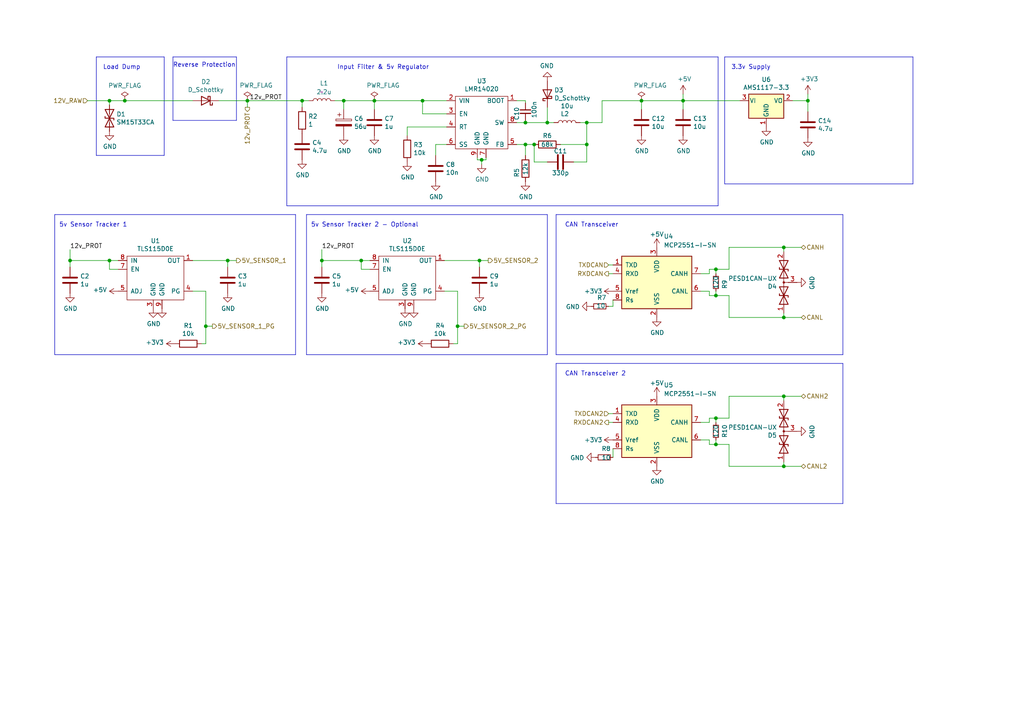
<source format=kicad_sch>
(kicad_sch (version 20230121) (generator eeschema)
  (paper "A4")
  (title_block (title "Polygonus") (date "2023-03-15") (rev "v0.7") (comment 2 "rusefi.com/s/proteus"))
  (lib_symbols
    (symbol "Device:C" (pin_numbers hide) (pin_names (offset 0.254))
      (property "Reference" "C" (at 0.635 2.54 0))
      (property "Value" "C" (at 0.635 -2.54 0))
      (symbol "C_0_1"
        (polyline (pts (xy -2.032 -0.762) (xy 2.032 -0.762)) (stroke (width 0.508)))
        (polyline (pts (xy -2.032 0.762) (xy 2.032 0.762)) (stroke (width 0.508)))
      )
      (symbol "C_1_1"
        (pin passive line (at 0 3.81 270) (length 2.794) (name "~") (number "1"))
        (pin passive line (at 0 -3.81 90) (length 2.794) (name "~") (number "2"))
      )
    )
    (symbol "Device:CP" (pin_numbers hide) (pin_names (offset 0.254))
      (property "Reference" "C" (at 0.635 2.54 0))
      (property "Value" "Device_CP" (at 0.635 -2.54 0))
      (symbol "CP_0_1"
        (rectangle (start -2.286 0.508) (end 2.286 1.016))
        (polyline (pts (xy -1.778 2.286) (xy -0.762 2.286)))
        (polyline (pts (xy -1.27 2.794) (xy -1.27 1.778)))
        (rectangle (start 2.286 -0.508) (end -2.286 -1.016) (fill (type outline)))
      )
      (symbol "CP_1_1"
        (pin passive line (at 0 3.81 270) (length 2.794) (name "~") (number "1"))
        (pin passive line (at 0 -3.81 90) (length 2.794) (name "~") (number "2"))
      )
    )
    (symbol "Device:C_Small" (pin_numbers hide) (pin_names (offset 0.254) hide)
      (property "Reference" "C" (at 0.254 1.778 0))
      (property "Value" "C_Small" (at 0.254 -2.032 0))
      (symbol "C_Small_0_1"
        (polyline (pts (xy -1.524 -0.508) (xy 1.524 -0.508)) (stroke (width 0.3302)))
        (polyline (pts (xy -1.524 0.508) (xy 1.524 0.508)) (stroke (width 0.3048)))
      )
      (symbol "C_Small_1_1"
        (pin passive line (at 0 2.54 270) (length 2.032) (name "~") (number "1"))
        (pin passive line (at 0 -2.54 90) (length 2.032) (name "~") (number "2"))
      )
    )
    (symbol "Device:D_Schottky" (pin_numbers hide) (pin_names (offset 1.016) hide)
      (property "Reference" "D" (at 0 2.54 0))
      (property "Value" "D_Schottky" (at 0 -2.54 0))
      (symbol "D_Schottky_0_1"
        (polyline (pts (xy 1.27 0) (xy -1.27 0)))
        (polyline (pts (xy 1.27 1.27) (xy 1.27 -1.27) (xy -1.27 0) (xy 1.27 1.27)) (stroke (width 0.254)))
        (polyline (pts (xy -1.905 0.635) (xy -1.905 1.27) (xy -1.27 1.27) (xy -1.27 -1.27) (xy -0.635 -1.27) (xy -0.635 -0.635)) (stroke (width 0.254)))
      )
      (symbol "D_Schottky_1_1"
        (pin passive line (at -3.81 0 0) (length 2.54) (name "K") (number "1"))
        (pin passive line (at 3.81 0 180) (length 2.54) (name "A") (number "2"))
      )
    )
    (symbol "Device:D_TVS" (pin_numbers hide) (pin_names (offset 1.016) hide)
      (property "Reference" "D" (at 0 2.54 0))
      (property "Value" "D_TVS" (at 0 -2.54 0))
      (symbol "D_TVS_0_1"
        (polyline (pts (xy 1.27 0) (xy -1.27 0)))
        (polyline (pts (xy 0.508 1.27) (xy 0 1.27) (xy 0 -1.27) (xy -0.508 -1.27)) (stroke (width 0.254)))
        (polyline (pts (xy -2.54 1.27) (xy -2.54 -1.27) (xy 2.54 1.27) (xy 2.54 -1.27) (xy -2.54 1.27)) (stroke (width 0.254)))
      )
      (symbol "D_TVS_1_1"
        (pin passive line (at -3.81 0 0) (length 2.54) (name "A1") (number "1"))
        (pin passive line (at 3.81 0 180) (length 2.54) (name "A2") (number "2"))
      )
    )
    (symbol "Device:D_TVS_x2_AAC" (pin_names (offset 1.016) hide)
      (property "Reference" "D" (at 0 4.445 0))
      (property "Value" "Device_D_TVS_x2_AAC" (at 0 2.54 0))
      (symbol "D_TVS_x2_AAC_0_0"
        (polyline (pts (xy 0 -1.27) (xy 0 0)))
      )
      (symbol "D_TVS_x2_AAC_0_1"
        (polyline (pts (xy -6.35 0) (xy 6.35 0)))
        (polyline (pts (xy -3.302 1.27) (xy -3.81 1.27) (xy -3.81 -1.27) (xy -4.318 -1.27)) (stroke (width 0.254)))
        (polyline (pts (xy 4.318 1.27) (xy 3.81 1.27) (xy 3.81 -1.27) (xy 3.302 -1.27)) (stroke (width 0.254)))
        (polyline (pts (xy -6.35 1.27) (xy -1.27 -1.27) (xy -1.27 1.27) (xy -6.35 -1.27) (xy -6.35 1.27)) (stroke (width 0.254)))
        (polyline (pts (xy 6.35 1.27) (xy 1.27 -1.27) (xy 1.27 1.27) (xy 6.35 -1.27) (xy 6.35 1.27)) (stroke (width 0.254)))
        (circle (center 0 0) (radius 0.254) (fill (type outline)))
      )
      (symbol "D_TVS_x2_AAC_1_1"
        (pin passive line (at -8.89 0 0) (length 2.54) (name "A1") (number "1"))
        (pin passive line (at 8.89 0 180) (length 2.54) (name "A2") (number "2"))
        (pin input line (at 0 -3.81 90) (length 2.54) (name "common") (number "3"))
      )
    )
    (symbol "Device:L" (pin_numbers hide) (pin_names (offset 1.016) hide)
      (property "Reference" "L" (at -1.27 0 90))
      (property "Value" "L" (at 1.905 0 90))
      (symbol "L_0_1"
        (arc (start 0 -2.54) (mid 0.6323 -1.905) (end 0 -1.27))
        (arc (start 0 -1.27) (mid 0.6323 -0.635) (end 0 0))
        (arc (start 0 0) (mid 0.6323 0.635) (end 0 1.27))
        (arc (start 0 1.27) (mid 0.6323 1.905) (end 0 2.54))
      )
      (symbol "L_1_1"
        (pin passive line (at 0 3.81 270) (length 1.27) (name "1") (number "1"))
        (pin passive line (at 0 -3.81 90) (length 1.27) (name "2") (number "2"))
      )
    )
    (symbol "Device:R" (pin_numbers hide) (pin_names (offset 0))
      (property "Reference" "R" (at 2.032 0 90))
      (property "Value" "R" (at 0 0 90))
      (symbol "R_0_1"
        (rectangle (start -1.016 -2.54) (end 1.016 2.54) (stroke (width 0.254)))
      )
      (symbol "R_1_1"
        (pin passive line (at 0 3.81 270) (length 1.27) (name "~") (number "1"))
        (pin passive line (at 0 -3.81 90) (length 1.27) (name "~") (number "2"))
      )
    )
    (symbol "Device:R_Small" (pin_numbers hide) (pin_names (offset 0.254) hide)
      (property "Reference" "R" (at 0.762 0.508 0))
      (property "Value" "R_Small" (at 0.762 -1.016 0))
      (symbol "R_Small_0_1"
        (rectangle (start -0.762 1.778) (end 0.762 -1.778) (stroke (width 0.2032)))
      )
      (symbol "R_Small_1_1"
        (pin passive line (at 0 2.54 270) (length 0.762) (name "~") (number "1"))
        (pin passive line (at 0 -2.54 90) (length 0.762) (name "~") (number "2"))
      )
    )
    (symbol "Interface_CAN_LIN:MCP2551-I-SN" (pin_names (offset 1.016))
      (property "Reference" "U" (at -10.16 8.89 0))
      (property "Value" "MCP2551-I-SN" (at 2.54 8.89 0))
      (symbol "MCP2551-I-SN_0_1"
        (rectangle (start -10.16 7.62) (end 10.16 -7.62) (stroke (width 0.254)) (fill (type background)))
      )
      (symbol "MCP2551-I-SN_1_1"
        (pin input line (at -12.7 5.08 0) (length 2.54) (name "TXD") (number "1"))
        (pin power_in line (at 0 -10.16 90) (length 2.54) (name "VSS") (number "2"))
        (pin power_in line (at 0 10.16 270) (length 2.54) (name "VDD") (number "3"))
        (pin output line (at -12.7 2.54 0) (length 2.54) (name "RXD") (number "4"))
        (pin power_out line (at -12.7 -2.54 0) (length 2.54) (name "Vref") (number "5"))
        (pin bidirectional line (at 12.7 -2.54 180) (length 2.54) (name "CANL") (number "6"))
        (pin bidirectional line (at 12.7 2.54 180) (length 2.54) (name "CANH") (number "7"))
        (pin input line (at -12.7 -5.08 0) (length 2.54) (name "Rs") (number "8"))
      )
    )
    (symbol "Regulator_Linear:AMS1117-3.3" (pin_names (offset 0.254))
      (property "Reference" "U" (at -3.81 3.175 0))
      (property "Value" "AMS1117-3.3" (at 0 3.175 0))
      (symbol "AMS1117-3.3_0_1"
        (rectangle (start -5.08 -5.08) (end 5.08 1.905) (stroke (width 0.254)) (fill (type background)))
      )
      (symbol "AMS1117-3.3_1_1"
        (pin power_in line (at 0 -7.62 90) (length 2.54) (name "GND") (number "1"))
        (pin power_out line (at 7.62 0 180) (length 2.54) (name "VO") (number "2"))
        (pin power_in line (at -7.62 0 0) (length 2.54) (name "VI") (number "3"))
      )
    )
    (symbol "infineon_psu:TLS115" (pin_names (offset 1.016))
      (property "Reference" "U" (at -6.35 -10.16 0))
      (property "Value" "TLS115" (at -3.81 5.08 0))
      (symbol "TLS115_0_1"
        (rectangle (start -7.62 3.81) (end 8.89 -8.89))
      )
      (symbol "TLS115_1_1"
        (pin output line (at 11.43 2.54 180) (length 2.54) (name "OUT") (number "1"))
        (pin no_connect line (at 0 0 0) (length 2.54) hide (name "~") (number "2"))
        (pin power_in line (at 0 -11.43 90) (length 2.54) (name "GND") (number "3"))
        (pin open_collector line (at 11.43 -6.35 180) (length 2.54) (name "PG") (number "4"))
        (pin input line (at -10.16 -6.35 0) (length 2.54) (name "ADJ") (number "5"))
        (pin no_connect line (at 0 -2.54 0) (length 2.54) hide (name "~") (number "6"))
        (pin input line (at -10.16 0 0) (length 2.54) (name "EN") (number "7"))
        (pin power_in line (at -10.16 2.54 0) (length 2.54) (name "IN") (number "8"))
        (pin power_in line (at 2.54 -11.43 90) (length 2.54) (name "GND") (number "9"))
      )
    )
    (symbol "lmr14020:LMR14020" (pin_names (offset 1.016))
      (property "Reference" "U" (at -3.81 -11.43 0))
      (property "Value" "LMR14020" (at 2.54 8.89 0))
      (symbol "LMR14020_0_1"
        (rectangle (start -5.08 -8.89) (end 10.16 6.35))
      )
      (symbol "LMR14020_1_1"
        (pin bidirectional line (at 12.7 5.08 180) (length 2.54) (name "BOOT") (number "1"))
        (pin power_in line (at -7.62 5.08 0) (length 2.54) (name "VIN") (number "2"))
        (pin input line (at -7.62 1.27 0) (length 2.54) (name "EN") (number "3"))
        (pin bidirectional line (at -7.62 -2.54 0) (length 2.54) (name "RT") (number "4"))
        (pin input line (at 12.7 -7.62 180) (length 2.54) (name "FB") (number "5"))
        (pin bidirectional line (at -7.62 -7.62 0) (length 2.54) (name "SS") (number "6"))
        (pin power_in line (at 3.81 -11.43 90) (length 2.54) (name "GND") (number "7"))
        (pin power_out line (at 12.7 -1.27 180) (length 2.54) (name "SW") (number "8"))
        (pin power_in line (at 1.27 -11.43 90) (length 2.54) (name "GND") (number "9"))
      )
    )
    (symbol "power:+3.3V" (power) (pin_names (offset 0))
      (property "Value" "+3.3V" (at 0 3.556 0))
      (symbol "+3.3V_0_1"
        (polyline (pts (xy -0.762 1.27) (xy 0 2.54)))
        (polyline (pts (xy 0 0) (xy 0 2.54)))
        (polyline (pts (xy 0 2.54) (xy 0.762 1.27)))
      )
      (symbol "+3.3V_1_1"
        (pin power_in line (at 0 0 90) (length 0) hide (name "+3V3") (number "1"))
      )
    )
    (symbol "power:+5V" (power) (pin_names (offset 0))
      (property "Value" "+5V" (at 0 3.556 0))
      (symbol "+5V_0_1"
        (polyline (pts (xy -0.762 1.27) (xy 0 2.54)))
        (polyline (pts (xy 0 0) (xy 0 2.54)))
        (polyline (pts (xy 0 2.54) (xy 0.762 1.27)))
      )
      (symbol "+5V_1_1"
        (pin power_in line (at 0 0 90) (length 0) hide (name "+5V") (number "1"))
      )
    )
    (symbol "power:GND" (power) (pin_names (offset 0))
      (property "Value" "GND" (at 0 -3.81 0))
      (symbol "GND_0_1"
        (polyline (pts (xy 0 0) (xy 0 -1.27) (xy 1.27 -1.27) (xy 0 -2.54) (xy -1.27 -1.27) (xy 0 -1.27)))
      )
      (symbol "GND_1_1"
        (pin power_in line (at 0 0 270) (length 0) hide (name "GND") (number "1"))
      )
    )
    (symbol "power:PWR_FLAG" (power) (pin_numbers hide) (pin_names (offset 0) hide)
      (property "Value" "PWR_FLAG" (at 0 3.81 0))
      (symbol "PWR_FLAG_0_0"
        (pin power_out line (at 0 0 90) (length 0) (name "pwr") (number "1"))
      )
      (symbol "PWR_FLAG_0_1"
        (polyline (pts (xy 0 0) (xy 0 1.27) (xy -1.016 1.905) (xy 0 2.54) (xy 1.016 1.905) (xy 0 1.27)))
      )
    )
  )
  (junction (at 36.195 29.21))
  (junction (at 108.585 29.21))
  (junction (at 170.18 35.56))
  (junction (at 122.555 29.21))
  (junction (at 152.4 41.91))
  (junction (at 139.7 46.355))
  (junction (at 207.645 78.105))
  (junction (at 20.32 75.565))
  (junction (at 227.33 114.935))
  (junction (at 207.645 128.905))
  (junction (at 227.33 92.075))
  (junction (at 87.63 29.21))
  (junction (at 66.04 75.565))
  (junction (at 59.69 94.615))
  (junction (at 104.775 75.565))
  (junction (at 158.75 35.56))
  (junction (at 198.12 29.21))
  (junction (at 132.715 94.615))
  (junction (at 186.055 29.21))
  (junction (at 93.345 75.565))
  (junction (at 139.065 75.565))
  (junction (at 99.695 29.21))
  (junction (at 207.645 85.725))
  (junction (at 234.315 29.21))
  (junction (at 31.75 75.565))
  (junction (at 170.18 41.91))
  (junction (at 71.755 29.21))
  (junction (at 152.4 35.56))
  (junction (at 207.645 121.285))
  (junction (at 227.33 71.755))
  (junction (at 154.94 41.91))
  (junction (at 227.33 135.255))
  (junction (at 31.75 29.21))
  (wire (pts (xy 205.7392 127.596) (xy 205.74 128.905)))
  (wire (pts (xy 177.7939 87.0112) (xy 177.7939 88.8557)))
  (polyline (pts (xy 158.75 102.87) (xy 88.9 102.87)))
  (wire (pts (xy 132.715 84.455) (xy 132.715 94.615)))
  (wire (pts (xy 207.645 121.285) (xy 211.455 121.285)))
  (wire (pts (xy 229.87 29.21) (xy 234.315 29.21)))
  (wire (pts (xy 170.18 41.91) (xy 170.18 46.99)))
  (polyline (pts (xy 161.29 146.05) (xy 161.29 105.41)))
  (wire (pts (xy 227.33 71.755) (xy 211.455 71.755)))
  (polyline (pts (xy 158.75 62.23) (xy 158.75 102.87)))
  (wire (pts (xy 99.695 29.21) (xy 99.695 31.75)))
  (polyline (pts (xy 88.9 62.23) (xy 158.75 62.23)))
  (wire (pts (xy 176.5292 122.516) (xy 177.7992 122.516)))
  (wire (pts (xy 36.195 29.21) (xy 31.75 29.21)))
  (wire (pts (xy 68.58 75.565) (xy 66.04 75.565)))
  (wire (pts (xy 134.62 94.615) (xy 132.715 94.615)))
  (wire (pts (xy 61.595 94.615) (xy 59.69 94.615)))
  (wire (pts (xy 152.4 41.91) (xy 152.4 45.085)))
  (wire (pts (xy 207.645 78.105) (xy 205.74 78.105)))
  (polyline (pts (xy 50.165 16.51) (xy 68.58 16.51)))
  (wire (pts (xy 152.4 41.91) (xy 154.94 41.91)))
  (wire (pts (xy 152.4 34.925) (xy 152.4 35.56)))
  (wire (pts (xy 205.7339 79.3912) (xy 205.74 78.105)))
  (wire (pts (xy 232.41 114.935) (xy 227.33 114.935)))
  (wire (pts (xy 211.455 128.905) (xy 207.645 128.905)))
  (wire (pts (xy 140.97 46.355) (xy 140.97 45.72)))
  (wire (pts (xy 108.585 29.21) (xy 122.555 29.21)))
  (polyline (pts (xy 27.94 45.085) (xy 27.94 16.51)))
  (wire (pts (xy 203.1992 122.516) (xy 205.7392 122.516)))
  (wire (pts (xy 207.645 78.105) (xy 211.455 78.105)))
  (wire (pts (xy 31.75 78.105) (xy 31.75 75.565)))
  (wire (pts (xy 126.365 45.085) (xy 126.365 41.91)))
  (wire (pts (xy 87.63 29.21) (xy 87.63 31.115)))
  (polyline (pts (xy 208.28 16.51) (xy 83.185 16.51)))
  (wire (pts (xy 132.715 99.695) (xy 132.715 94.615)))
  (wire (pts (xy 138.43 46.355) (xy 139.7 46.355)))
  (wire (pts (xy 174.625 35.56) (xy 174.625 29.21)))
  (wire (pts (xy 131.445 99.695) (xy 132.715 99.695)))
  (wire (pts (xy 107.315 78.105) (xy 104.775 78.105)))
  (wire (pts (xy 55.88 75.565) (xy 66.04 75.565)))
  (wire (pts (xy 227.33 71.755) (xy 227.33 73.025)))
  (wire (pts (xy 211.455 85.725) (xy 207.645 85.725)))
  (polyline (pts (xy 88.9 102.87) (xy 88.9 62.23)))
  (wire (pts (xy 227.33 135.255) (xy 211.455 135.255)))
  (polyline (pts (xy 264.795 16.51) (xy 264.795 53.34)))
  (wire (pts (xy 198.12 27.305) (xy 198.12 29.21)))
  (wire (pts (xy 162.56 41.91) (xy 170.18 41.91)))
  (wire (pts (xy 227.33 92.075) (xy 211.455 92.075)))
  (polyline (pts (xy 208.28 59.69) (xy 208.28 16.51)))
  (wire (pts (xy 122.555 29.21) (xy 122.555 33.02)))
  (polyline (pts (xy 210.185 53.34) (xy 210.185 16.51)))
  (wire (pts (xy 170.18 35.56) (xy 174.625 35.56)))
  (wire (pts (xy 152.4 29.21) (xy 152.4 29.845)))
  (wire (pts (xy 139.7 46.355) (xy 140.97 46.355)))
  (polyline (pts (xy 210.185 16.51) (xy 264.795 16.51)))
  (wire (pts (xy 177.7992 119.976) (xy 176.5292 119.976)))
  (wire (pts (xy 154.94 46.99) (xy 154.94 41.91)))
  (wire (pts (xy 99.695 29.21) (xy 108.585 29.21)))
  (wire (pts (xy 177.7939 76.8512) (xy 176.5239 76.8512)))
  (wire (pts (xy 176.5239 79.3912) (xy 177.7939 79.3912)))
  (wire (pts (xy 207.645 79.375) (xy 207.645 78.105)))
  (wire (pts (xy 203.1939 84.4712) (xy 205.7339 84.4712)))
  (wire (pts (xy 108.585 31.75) (xy 108.585 29.21)))
  (wire (pts (xy 227.33 92.075) (xy 227.33 90.805)))
  (wire (pts (xy 234.315 27.305) (xy 234.315 29.21)))
  (polyline (pts (xy 244.475 105.41) (xy 244.475 146.05)))
  (polyline (pts (xy 47.625 16.51) (xy 47.625 45.085)))
  (wire (pts (xy 118.11 36.83) (xy 129.54 36.83)))
  (wire (pts (xy 55.88 84.455) (xy 59.69 84.455)))
  (polyline (pts (xy 85.725 62.23) (xy 85.725 102.87)))
  (polyline (pts (xy 27.94 16.51) (xy 47.625 16.51)))
  (polyline (pts (xy 83.185 59.69) (xy 208.28 59.69)))
  (wire (pts (xy 58.42 99.695) (xy 59.69 99.695)))
  (wire (pts (xy 227.33 114.935) (xy 227.33 116.205)))
  (wire (pts (xy 227.33 135.255) (xy 227.33 133.985)))
  (wire (pts (xy 207.645 121.285) (xy 205.74 121.285)))
  (wire (pts (xy 186.055 29.21) (xy 198.12 29.21)))
  (wire (pts (xy 63.5 29.21) (xy 71.755 29.21)))
  (wire (pts (xy 198.12 29.21) (xy 198.12 31.75)))
  (wire (pts (xy 232.41 71.755) (xy 227.33 71.755)))
  (wire (pts (xy 118.11 39.37) (xy 118.11 36.83)))
  (wire (pts (xy 97.155 29.21) (xy 99.695 29.21)))
  (polyline (pts (xy 83.185 16.51) (xy 83.185 59.69)))
  (wire (pts (xy 20.32 77.47) (xy 20.32 75.565)))
  (polyline (pts (xy 244.475 146.05) (xy 161.29 146.05)))
  (wire (pts (xy 128.905 75.565) (xy 139.065 75.565)))
  (wire (pts (xy 186.055 29.21) (xy 186.055 31.75)))
  (wire (pts (xy 122.555 29.21) (xy 129.54 29.21)))
  (polyline (pts (xy 161.29 105.41) (xy 244.475 105.41)))
  (wire (pts (xy 34.29 78.105) (xy 31.75 78.105)))
  (wire (pts (xy 149.86 41.91) (xy 152.4 41.91)))
  (wire (pts (xy 211.455 135.255) (xy 211.455 128.905)))
  (wire (pts (xy 31.75 75.565) (xy 34.29 75.565)))
  (wire (pts (xy 87.63 29.21) (xy 89.535 29.21)))
  (wire (pts (xy 93.345 72.39) (xy 93.345 75.565)))
  (wire (pts (xy 211.455 114.935) (xy 211.455 121.285)))
  (wire (pts (xy 139.065 75.565) (xy 139.065 77.47)))
  (wire (pts (xy 93.345 77.47) (xy 93.345 75.565)))
  (wire (pts (xy 126.365 41.91) (xy 129.54 41.91)))
  (wire (pts (xy 31.75 29.21) (xy 31.75 30.48)))
  (wire (pts (xy 170.18 41.91) (xy 170.18 35.56)))
  (wire (pts (xy 207.645 84.455) (xy 207.645 85.725)))
  (wire (pts (xy 207.645 127.635) (xy 207.645 128.905)))
  (polyline (pts (xy 15.875 102.87) (xy 15.875 62.23)))
  (wire (pts (xy 207.645 128.905) (xy 205.74 128.905)))
  (wire (pts (xy 122.555 33.02) (xy 129.54 33.02)))
  (wire (pts (xy 158.75 46.99) (xy 154.94 46.99)))
  (wire (pts (xy 128.905 84.455) (xy 132.715 84.455)))
  (polyline (pts (xy 50.165 34.925) (xy 50.165 16.51)))
  (wire (pts (xy 20.32 75.565) (xy 31.75 75.565)))
  (polyline (pts (xy 15.875 62.23) (xy 85.725 62.23)))
  (wire (pts (xy 232.41 92.075) (xy 227.33 92.075)))
  (wire (pts (xy 177.7992 130.136) (xy 177.7992 132.663)))
  (polyline (pts (xy 85.725 102.87) (xy 15.875 102.87)))
  (wire (pts (xy 149.86 29.21) (xy 152.4 29.21)))
  (wire (pts (xy 59.69 99.695) (xy 59.69 94.615)))
  (wire (pts (xy 149.86 35.56) (xy 152.4 35.56)))
  (wire (pts (xy 104.775 78.105) (xy 104.775 75.565)))
  (wire (pts (xy 25.4 29.21) (xy 31.75 29.21)))
  (polyline (pts (xy 161.29 62.23) (xy 244.475 62.23)))
  (wire (pts (xy 207.645 85.725) (xy 205.74 85.725)))
  (wire (pts (xy 207.645 122.555) (xy 207.645 121.285)))
  (polyline (pts (xy 27.94 45.085) (xy 47.625 45.085)))
  (wire (pts (xy 168.275 35.56) (xy 170.18 35.56)))
  (wire (pts (xy 55.88 29.21) (xy 36.195 29.21)))
  (wire (pts (xy 71.755 29.21) (xy 87.63 29.21)))
  (wire (pts (xy 174.625 29.21) (xy 186.055 29.21)))
  (polyline (pts (xy 68.58 16.51) (xy 68.58 34.925)))
  (wire (pts (xy 211.455 71.755) (xy 211.455 78.105)))
  (wire (pts (xy 198.12 29.21) (xy 214.63 29.21)))
  (wire (pts (xy 205.7339 84.4712) (xy 205.74 85.725)))
  (wire (pts (xy 158.75 35.56) (xy 160.655 35.56)))
  (wire (pts (xy 211.455 92.075) (xy 211.455 85.725)))
  (wire (pts (xy 66.04 75.565) (xy 66.04 77.47)))
  (wire (pts (xy 59.69 84.455) (xy 59.69 94.615)))
  (wire (pts (xy 234.315 29.21) (xy 234.315 32.385)))
  (wire (pts (xy 141.605 75.565) (xy 139.065 75.565)))
  (wire (pts (xy 205.7392 122.516) (xy 205.74 121.285)))
  (wire (pts (xy 138.43 45.72) (xy 138.43 46.355)))
  (wire (pts (xy 232.41 135.255) (xy 227.33 135.255)))
  (wire (pts (xy 93.345 75.565) (xy 104.775 75.565)))
  (polyline (pts (xy 244.475 102.87) (xy 161.29 102.87)))
  (wire (pts (xy 227.33 114.935) (xy 211.455 114.935)))
  (wire (pts (xy 104.775 75.565) (xy 107.315 75.565)))
  (wire (pts (xy 139.7 47.625) (xy 139.7 46.355)))
  (wire (pts (xy 20.32 72.39) (xy 20.32 75.565)))
  (polyline (pts (xy 68.58 34.925) (xy 50.165 34.925)))
  (wire (pts (xy 203.1939 79.3912) (xy 205.7339 79.3912)))
  (wire (pts (xy 170.18 46.99) (xy 166.37 46.99)))
  (wire (pts (xy 152.4 35.56) (xy 158.75 35.56)))
  (wire (pts (xy 203.1992 127.596) (xy 205.7392 127.596)))
  (wire (pts (xy 158.75 31.115) (xy 158.75 35.56)))
  (wire (pts (xy 71.755 31.115) (xy 71.755 29.21)))
  (polyline (pts (xy 244.475 62.23) (xy 244.475 102.87)))
  (polyline (pts (xy 161.29 102.87) (xy 161.29 62.23)))
  (polyline (pts (xy 264.795 53.34) (xy 210.185 53.34)))
  (wire (pts (xy 177.7939 88.8557) (xy 176.518 88.8557)))
  (text "5v Sensor Tracker 1" (at 17.145 66.04 0) (effects (font (size 1.27 1.27)) (justify left bottom)))
  (text "CAN Transceiver" (at 163.83 66.04 0) (effects (font (size 1.27 1.27)) (justify left bottom)))
  (text "Load Dump" (at 29.845 20.32 0) (effects (font (size 1.27 1.27)) (justify left bottom)))
  (text "Input Filter & 5v Regulator" (at 97.79 20.32 0) (effects (font (size 1.27 1.27)) (justify left bottom)))
  (text "Reverse Protection" (at 50.165 19.685 0) (effects (font (size 1.27 1.27)) (justify left bottom)))
  (text "3.3v Supply" (at 212.09 20.32 0) (effects (font (size 1.27 1.27)) (justify left bottom)))
  (text "5v Sensor Tracker 2 - Optional" (at 90.17 66.04 0) (effects (font (size 1.27 1.27)) (justify left bottom)))
  (text "CAN Transceiver 2" (at 163.83 109.22 0) (effects (font (size 1.27 1.27)) (justify left bottom)))
  (label "12v_PROT" (at 20.32 72.39 0))
  (label "12v_PROT" (at 72.39 29.21 0))
  (label "12v_PROT" (at 93.345 72.39 0))
  (hierarchical_label "RXDCAN" (shape output) (at 176.5239 79.3912 180))
  (hierarchical_label "5V_SENSOR_2_PG" (shape output) (at 134.62 94.615 0))
  (hierarchical_label "5V_SENSOR_1" (shape output) (at 68.58 75.565 0))
  (hierarchical_label "12V_RAW" (shape input) (at 25.4 29.21 180))
  (hierarchical_label "TXDCAN2" (shape input) (at 176.5292 119.976 180))
  (hierarchical_label "12v_PROT" (shape output) (at 71.755 31.115 270))
  (hierarchical_label "CANL" (shape bidirectional) (at 232.41 92.075 0))
  (hierarchical_label "5V_SENSOR_1_PG" (shape output) (at 61.595 94.615 0))
  (hierarchical_label "CANH" (shape bidirectional) (at 232.41 71.755 0))
  (hierarchical_label "CANH2" (shape bidirectional) (at 232.41 114.935 0))
  (hierarchical_label "5V_SENSOR_2" (shape output) (at 141.605 75.565 0))
  (hierarchical_label "TXDCAN" (shape input) (at 176.5239 76.8512 180))
  (hierarchical_label "CANL2" (shape bidirectional) (at 232.41 135.255 0))
  (hierarchical_label "RXDCAN2" (shape output) (at 176.5292 122.516 180))
  (symbol (lib_id "Device:L") (at 164.465 35.56 90) (unit 1)
    (property "Reference" "L2" (at 163.83 33.02 90))
    (property "Value" "10u" (at 164.465 30.734 90))
    (property "Footprint" "sunlord-MWSA0503:MWSA0503" (effects hide))
    (property "LCSC" "C408412" (effects hide))
    (property "LCSC_ext" "1" (effects hide))
    (property "possible_not_ext" "1" (effects hide))
  )
  (symbol (lib_id "Device:C") (at 186.055 35.56 0) (unit 1)
    (property "Reference" "C12" (at 188.976 34.3916 0) (effects (justify left)))
    (property "Value" "10u" (at 188.976 36.703 0) (effects (justify left)))
    (property "Footprint" "Capacitor_SMD:C_1206_3216Metric" (effects hide))
    (property "LCSC" "C13585" (effects hide))
    (property "LCSC_ext" "0" (effects hide))
  )
  (symbol (lib_id "power:GND") (at 186.055 39.37 0) (unit 1)
    (property "Reference" "#PWR040" (effects hide))
    (property "Value" "GND" (at 186.182 43.7642 0))
  )
  (symbol (lib_id "power:GND") (at 99.695 39.37 0) (unit 1)
    (property "Reference" "#PWR024" (effects hide))
    (property "Value" "GND" (at 99.822 43.7642 0))
  )
  (symbol (lib_id "power:+5V") (at 198.12 27.305 0) (unit 1)
    (property "Reference" "#PWR045" (effects hide))
    (property "Value" "+5V" (at 198.501 22.9108 0))
  )
  (symbol (lib_id "Device:C") (at 108.585 35.56 0) (unit 1)
    (property "Reference" "C7" (at 111.506 34.3916 0) (effects (justify left)))
    (property "Value" "1u" (at 111.506 36.703 0) (effects (justify left)))
    (property "Footprint" "Capacitor_SMD:C_0603_1608Metric" (effects hide))
    (property "LCSC" "C15849" (effects hide))
    (property "LCSC_ext" "0" (effects hide))
  )
  (symbol (lib_id "power:GND") (at 108.585 39.37 0) (unit 1)
    (property "Reference" "#PWR026" (effects hide))
    (property "Value" "GND" (at 108.712 43.7642 0))
  )
  (symbol (lib_id "Device:R_Small") (at 207.645 81.915 0) (mirror y) (unit 1)
    (property "Reference" "R9" (at 210.185 83.82 90) (effects (justify left)))
    (property "Value" "120" (at 207.645 83.82 90) (effects (justify left)))
    (property "Footprint" "Resistor_SMD:R_0603_1608Metric" (effects hide))
    (property "LCSC" "C22787" (effects hide))
    (property "LCSC_ext" "0" (effects hide))
  )
  (symbol (lib_id "Device:D_TVS") (at 31.75 34.29 270) (unit 1)
    (property "Reference" "D1" (at 33.7566 33.1216 90) (effects (justify left)))
    (property "Value" "SM15T33CA" (at 33.7566 35.433 90) (effects (justify left)))
    (property "Footprint" "Diode_SMD:D_SMC" (effects hide))
    (property "PN" "SM15T33CA" (effects hide))
    (property "LCSC" "C151281" (effects hide))
    (property "LCSC_ext" "1" (effects hide))
    (property "possible_not_ext" "1" (effects hide))
  )
  (symbol (lib_id "power:GND") (at 31.75 38.1 0) (unit 1)
    (property "Reference" "#PWR016" (effects hide))
    (property "Value" "GND" (at 31.877 42.4942 0))
  )
  (symbol (lib_id "Device:CP") (at 99.695 35.56 0) (unit 1)
    (property "Reference" "C6" (at 102.6922 34.3916 0) (effects (justify left)))
    (property "Value" "56u" (at 102.6922 36.703 0) (effects (justify left)))
    (property "Footprint" "Capacitor_THT:CP_Radial_D8.0mm_P3.50mm" (effects hide))
    (property "PN" "EEH-AZF1H560B" (effects hide))
    (property "LCSC" "N/A" (effects hide))
  )
  (symbol (lib_id "power:+3.3V") (at 234.315 27.305 0) (unit 1)
    (property "Reference" "#PWR050" (effects hide))
    (property "Value" "+3.3V" (at 234.696 22.9108 0))
  )
  (symbol (lib_id "Device:L") (at 93.345 29.21 90) (unit 1)
    (property "Reference" "L1" (at 93.98 24.13 90))
    (property "Value" "2.2u" (at 93.98 26.67 90))
    (property "Footprint" "Inductor_SMD:L_1210_3225Metric" (effects hide))
    (property "Datasheet" "~" (at 93.345 26.67 90))
    (property "PN" "SRN3015TA-2R2M" (effects hide))
    (property "LCSC" "C75646" (effects hide))
    (property "LCSC_ext" "1" (effects hide))
    (property "possible_not_ext" "1" (effects hide))
  )
  (symbol (lib_id "Device:C") (at 87.63 42.545 0) (unit 1)
    (property "Reference" "C4" (at 90.551 41.3766 0) (effects (justify left)))
    (property "Value" "4.7u" (at 90.551 43.688 0) (effects (justify left)))
    (property "Footprint" "Capacitor_SMD:C_0603_1608Metric" (effects hide))
    (property "LCSC" "C19666" (effects hide))
    (property "LCSC_ext" "0" (effects hide))
  )
  (symbol (lib_id "power:GND") (at 87.63 46.355 0) (unit 1)
    (property "Reference" "#PWR022" (effects hide))
    (property "Value" "GND" (at 87.757 50.7492 0))
  )
  (symbol (lib_id "infineon_psu:TLS115") (at 44.45 78.105 0) (unit 1)
    (property "Reference" "U1" (at 45.085 69.85 0))
    (property "Value" "TLS115D0E" (at 45.085 72.1614 0))
    (property "Footprint" "Package_SO:Infineon_PG-DSO-8-43" (effects hide))
    (property "PN" "TLS115D0E" (effects hide))
    (property "LCSC" "C3747428" (effects hide))
  )
  (symbol (lib_id "power:+5V") (at 34.29 84.455 90) (unit 1)
    (property "Reference" "#PWR017" (effects hide))
    (property "Value" "+5V" (at 31.0388 84.074 90) (effects (justify left)))
  )
  (symbol (lib_id "power:GND") (at 44.45 89.535 0) (unit 1)
    (property "Reference" "#PWR018" (effects hide))
    (property "Value" "GND" (at 44.577 93.9292 0))
  )
  (symbol (lib_id "power:GND") (at 46.99 89.535 0) (unit 1)
    (property "Reference" "#PWR019" (effects hide))
    (property "Value" "GND" (effects hide))
  )
  (symbol (lib_id "Device:C") (at 66.04 81.28 0) (unit 1)
    (property "Reference" "C3" (at 68.961 80.1116 0) (effects (justify left)))
    (property "Value" "1u" (at 68.961 82.423 0) (effects (justify left)))
    (property "Footprint" "Capacitor_SMD:C_0603_1608Metric" (effects hide))
    (property "LCSC" "C15849" (effects hide))
    (property "LCSC_ext" "0" (effects hide))
  )
  (symbol (lib_id "power:GND") (at 66.04 85.09 0) (unit 1)
    (property "Reference" "#PWR021" (effects hide))
    (property "Value" "GND" (at 66.167 89.4842 0))
  )
  (symbol (lib_id "Device:C") (at 20.32 81.28 0) (unit 1)
    (property "Reference" "C2" (at 23.241 80.1116 0) (effects (justify left)))
    (property "Value" "1u" (at 23.241 82.423 0) (effects (justify left)))
    (property "Footprint" "Capacitor_SMD:C_0603_1608Metric" (effects hide))
    (property "LCSC" "C15849" (effects hide))
    (property "LCSC_ext" "0" (effects hide))
  )
  (symbol (lib_id "power:GND") (at 20.32 85.09 0) (unit 1)
    (property "Reference" "#PWR015" (effects hide))
    (property "Value" "GND" (at 20.447 89.4842 0))
  )
  (symbol (lib_id "Device:R") (at 54.61 99.695 270) (unit 1)
    (property "Reference" "R1" (at 54.61 94.4372 90))
    (property "Value" "10k" (at 54.61 96.7486 90))
    (property "Footprint" "Resistor_SMD:R_0402_1005Metric" (effects hide))
    (property "LCSC" "C25744" (effects hide))
    (property "LCSC_ext" "0" (effects hide))
  )
  (symbol (lib_id "power:+3.3V") (at 50.8 99.695 90) (unit 1)
    (property "Reference" "#PWR020" (effects hide))
    (property "Value" "+3.3V" (at 47.5488 99.314 90) (effects (justify left)))
  )
  (symbol (lib_id "Device:D_Schottky") (at 59.69 29.21 180) (unit 1)
    (property "Reference" "D2" (at 59.69 23.7236 0))
    (property "Value" "D_Schottky" (at 59.69 26.035 0))
    (property "Footprint" "Diode_SMD:D_SMA" (effects hide))
    (property "LCSC" "C8678" (effects hide))
    (property "LCSC_ext" "0" (effects hide))
  )
  (symbol (lib_id "power:+5V") (at 107.315 84.455 90) (unit 1)
    (property "Reference" "#PWR025" (effects hide))
    (property "Value" "+5V" (at 104.0638 84.074 90) (effects (justify left)))
  )
  (symbol (lib_id "power:GND") (at 117.475 89.535 0) (unit 1)
    (property "Reference" "#PWR027" (effects hide))
    (property "Value" "GND" (at 117.602 93.9292 0))
  )
  (symbol (lib_id "power:GND") (at 120.015 89.535 0) (unit 1)
    (property "Reference" "#PWR029" (effects hide))
    (property "Value" "GND" (effects hide))
  )
  (symbol (lib_id "Device:C") (at 139.065 81.28 0) (unit 1)
    (property "Reference" "C9" (at 141.986 80.1116 0) (effects (justify left)))
    (property "Value" "1u" (at 141.986 82.423 0) (effects (justify left)))
    (property "Footprint" "Capacitor_SMD:C_0603_1608Metric" (effects hide))
    (property "LCSC" "C15849" (effects hide))
    (property "LCSC_ext" "0" (effects hide))
  )
  (symbol (lib_id "power:GND") (at 139.065 85.09 0) (unit 1)
    (property "Reference" "#PWR032" (effects hide))
    (property "Value" "GND" (at 139.192 89.4842 0))
  )
  (symbol (lib_id "Device:C") (at 93.345 81.28 0) (unit 1)
    (property "Reference" "C5" (at 96.266 80.1116 0) (effects (justify left)))
    (property "Value" "1u" (at 96.266 82.423 0) (effects (justify left)))
    (property "Footprint" "Capacitor_SMD:C_0603_1608Metric" (effects hide))
    (property "LCSC" "C15849" (effects hide))
    (property "LCSC_ext" "0" (effects hide))
  )
  (symbol (lib_id "power:GND") (at 93.345 85.09 0) (unit 1)
    (property "Reference" "#PWR023" (effects hide))
    (property "Value" "GND" (at 93.472 89.4842 0))
  )
  (symbol (lib_id "infineon_psu:TLS115") (at 117.475 78.105 0) (unit 1)
    (property "Reference" "U2" (at 118.11 69.85 0))
    (property "Value" "TLS115D0E" (at 118.11 72.1614 0))
    (property "Footprint" "Package_SO:Infineon_PG-DSO-8-43" (effects hide))
    (property "PN" "TLS115D0E" (effects hide))
    (property "LCSC" "C3747428" (effects hide))
  )
  (symbol (lib_id "power:+3.3V") (at 123.825 99.695 90) (unit 1)
    (property "Reference" "#PWR030" (effects hide))
    (property "Value" "+3.3V" (at 120.5738 99.314 90) (effects (justify left)))
  )
  (symbol (lib_id "Device:R") (at 127.635 99.695 270) (unit 1)
    (property "Reference" "R4" (at 127.635 94.4372 90))
    (property "Value" "10k" (at 127.635 96.7486 90))
    (property "Footprint" "Resistor_SMD:R_0402_1005Metric" (effects hide))
    (property "LCSC" "C25744" (effects hide))
    (property "LCSC_ext" "0" (effects hide))
  )
  (symbol (lib_id "Device:C") (at 234.315 36.195 0) (unit 1)
    (property "Reference" "C14" (at 237.236 35.0266 0) (effects (justify left)))
    (property "Value" "4.7u" (at 237.236 37.338 0) (effects (justify left)))
    (property "Footprint" "Capacitor_SMD:C_0603_1608Metric" (effects hide))
    (property "LCSC" "C19666" (effects hide))
    (property "LCSC_ext" "0" (effects hide))
  )
  (symbol (lib_id "power:GND") (at 234.315 40.005 0) (unit 1)
    (property "Reference" "#PWR051" (effects hide))
    (property "Value" "GND" (at 234.442 44.3992 0))
  )
  (symbol (lib_id "Device:D_TVS_x2_AAC") (at 227.33 81.915 90) (unit 1)
    (property "Reference" "D4" (at 225.3488 83.0834 90) (effects (justify left)))
    (property "Value" "PESD1CAN-UX" (at 225.3488 80.772 90) (effects (justify left)))
    (property "Footprint" "Package_TO_SOT_SMD:SOT-323_SC-70" (effects hide))
    (property "PN" "PESD1CAN-UX" (effects hide))
    (property "LCSC" "C152727" (effects hide))
    (property "LCSC_ext" "1" (effects hide))
  )
  (symbol (lib_id "power:PWR_FLAG") (at 71.755 29.21 0) (unit 1)
    (property "Reference" "#FLG04" (effects hide))
    (property "Value" "PWR_FLAG" (at 74.295 24.765 0))
  )
  (symbol (lib_id "power:PWR_FLAG") (at 36.195 29.21 0) (unit 1)
    (property "Reference" "#FLG03" (effects hide))
    (property "Value" "PWR_FLAG" (at 36.195 24.8158 0))
  )
  (symbol (lib_id "power:GND") (at 231.14 81.915 90) (mirror x) (unit 1)
    (property "Reference" "#PWR048" (effects hide))
    (property "Value" "GND" (at 235.5342 82.042 0))
  )
  (symbol (lib_id "power:PWR_FLAG") (at 108.585 29.21 0) (unit 1)
    (property "Reference" "#FLG05" (effects hide))
    (property "Value" "PWR_FLAG" (at 111.125 24.765 0))
  )
  (symbol (lib_id "Device:R") (at 87.63 34.925 0) (unit 1)
    (property "Reference" "R2" (at 89.408 33.7566 0) (effects (justify left)))
    (property "Value" "1" (at 89.408 36.068 0) (effects (justify left)))
    (property "Footprint" "Resistor_SMD:R_0402_1005Metric" (effects hide))
    (property "LCSC" "C25086" (effects hide))
    (property "LCSC_ext" "0" (effects hide))
  )
  (symbol (lib_id "lmr14020:LMR14020") (at 137.16 34.29 0) (unit 1)
    (property "Reference" "U3" (at 139.7 23.495 0))
    (property "Value" "LMR14020" (at 139.7 25.8064 0))
    (property "Footprint" "Package_SO:SOIC-8-1EP_3.9x4.9mm_P1.27mm_EP2.29x3mm" (effects hide))
    (property "LCSC" "C187824" (effects hide))
    (property "LCSC_ext" "1" (effects hide))
    (property "PN" "LMR14020" (effects hide))
    (property "possible_not_ext" "0" (effects hide))
  )
  (symbol (lib_id "Device:C_Small") (at 152.4 32.385 0) (unit 1)
    (property "Reference" "C10" (at 149.86 34.925 90) (effects (justify left)))
    (property "Value" "100n" (at 154.94 34.29 90) (effects (justify left)))
    (property "Footprint" "Capacitor_SMD:C_0603_1608Metric" (effects hide))
    (property "LCSC" "C14663" (effects hide))
    (property "LCSC_ext" "0" (effects hide))
  )
  (symbol (lib_id "Device:R") (at 158.75 41.91 90) (unit 1)
    (property "Reference" "R6" (at 158.75 39.37 90))
    (property "Value" "68k" (at 158.75 41.91 90))
    (property "Footprint" "Resistor_SMD:R_0402_1005Metric" (effects hide))
    (property "LCSC" "C36871" (effects hide))
  )
  (symbol (lib_id "Device:R") (at 152.4 48.895 0) (unit 1)
    (property "Reference" "R5" (at 149.86 51.435 90) (effects (justify left)))
    (property "Value" "12k" (at 152.4 50.8 90) (effects (justify left)))
    (property "Footprint" "Resistor_SMD:R_0402_1005Metric" (effects hide))
    (property "LCSC" "C25752" (effects hide))
  )
  (symbol (lib_id "power:GND") (at 152.4 52.705 0) (unit 1)
    (property "Reference" "#PWR034" (effects hide))
    (property "Value" "GND" (at 152.527 57.0992 0))
  )
  (symbol (lib_id "power:GND") (at 139.7 47.625 0) (unit 1)
    (property "Reference" "#PWR033" (effects hide))
    (property "Value" "GND" (at 139.827 52.0192 0))
  )
  (symbol (lib_id "Device:C") (at 162.56 46.99 270) (unit 1)
    (property "Reference" "C11" (at 162.56 43.815 90))
    (property "Value" "330p" (at 162.56 50.165 90))
    (property "Footprint" "Capacitor_SMD:C_0402_1005Metric" (effects hide))
    (property "LCSC" "C13533" (effects hide))
    (property "LCSC_ext" "0" (effects hide))
  )
  (symbol (lib_id "Device:R") (at 118.11 43.18 0) (unit 1)
    (property "Reference" "R3" (at 119.888 42.0116 0) (effects (justify left)))
    (property "Value" "10k" (at 119.888 44.323 0) (effects (justify left)))
    (property "Footprint" "Resistor_SMD:R_0402_1005Metric" (effects hide))
    (property "LCSC" "C25744" (effects hide))
    (property "LCSC_ext" "0" (effects hide))
  )
  (symbol (lib_id "power:GND") (at 118.11 46.99 0) (unit 1)
    (property "Reference" "#PWR028" (effects hide))
    (property "Value" "GND" (at 118.237 51.3842 0))
  )
  (symbol (lib_id "Device:C") (at 126.365 48.895 0) (unit 1)
    (property "Reference" "C8" (at 129.286 47.7266 0) (effects (justify left)))
    (property "Value" "10n" (at 129.286 50.038 0) (effects (justify left)))
    (property "Footprint" "Capacitor_SMD:C_0603_1608Metric" (effects hide))
    (property "LCSC" "C57112" (effects hide))
    (property "LCSC_ext" "0" (effects hide))
  )
  (symbol (lib_id "power:GND") (at 126.365 52.705 0) (unit 1)
    (property "Reference" "#PWR031" (effects hide))
    (property "Value" "GND" (at 126.492 57.0992 0))
  )
  (symbol (lib_id "Device:D_Schottky") (at 158.75 27.305 90) (unit 1)
    (property "Reference" "D3" (at 160.7566 26.1366 90) (effects (justify right)))
    (property "Value" "D_Schottky" (at 160.7566 28.448 90) (effects (justify right)))
    (property "Footprint" "Diode_SMD:D_SMA" (effects hide))
    (property "LCSC" "C8678" (effects hide))
    (property "LCSC_ext" "0" (effects hide))
  )
  (symbol (lib_id "power:GND") (at 158.75 23.495 180) (unit 1)
    (property "Reference" "#PWR035" (effects hide))
    (property "Value" "GND" (at 158.623 19.1008 0))
  )
  (symbol (lib_id "power:GND") (at 190.4939 92.0912 0) (unit 1)
    (property "Reference" "#PWR042" (effects hide))
    (property "Value" "GND" (at 190.6209 96.4854 0))
  )
  (symbol (lib_id "power:+5V") (at 190.4939 71.7712 0) (unit 1)
    (property "Reference" "#PWR041" (effects hide))
    (property "Value" "+5V" (at 190.4939 67.9612 0))
  )
  (symbol (lib_id "power:+3.3V") (at 177.7939 84.4712 90) (unit 1)
    (property "Reference" "#PWR038" (effects hide))
    (property "Value" "+3.3V" (at 172.0789 84.4712 90))
  )
  (symbol (lib_id "power:PWR_FLAG") (at 186.055 29.21 0) (unit 1)
    (property "Reference" "#FLG06" (effects hide))
    (property "Value" "PWR_FLAG" (at 188.595 24.765 0))
  )
  (symbol (lib_id "Device:C") (at 198.12 35.56 0) (unit 1)
    (property "Reference" "C13" (at 201.041 34.3916 0) (effects (justify left)))
    (property "Value" "10u" (at 201.041 36.703 0) (effects (justify left)))
    (property "Footprint" "Capacitor_SMD:C_1206_3216Metric" (effects hide))
    (property "LCSC" "C13585" (effects hide))
    (property "LCSC_ext" "0" (effects hide))
  )
  (symbol (lib_id "power:GND") (at 222.25 36.83 0) (unit 1)
    (property "Reference" "#PWR047" (effects hide))
    (property "Value" "GND" (at 222.377 41.2242 0))
  )
  (symbol (lib_id "power:GND") (at 198.12 39.37 0) (unit 1)
    (property "Reference" "#PWR046" (effects hide))
    (property "Value" "GND" (at 198.247 43.7642 0))
  )
  (symbol (lib_id "Regulator_Linear:AMS1117-3.3") (at 222.25 29.21 0) (unit 1)
    (property "Reference" "U6" (at 222.25 23.0632 0))
    (property "Value" "AMS1117-3.3" (at 222.25 25.3746 0))
    (property "Footprint" "Package_TO_SOT_SMD:SOT-223-3_TabPin2" (effects hide))
    (property "Datasheet" "http://www.advanced-monolithic.com/pdf/ds1117.pdf" (effects hide))
    (property "LCSC" "C6186" (effects hide))
    (property "LCSC_ext" "0" (effects hide))
  )
  (symbol (lib_id "Device:R_Small") (at 207.645 125.095 0) (mirror y) (unit 1)
    (property "Reference" "R10" (at 210.185 127 90) (effects (justify left)))
    (property "Value" "120" (at 207.645 127 90) (effects (justify left)))
    (property "Footprint" "Resistor_SMD:R_0603_1608Metric" (effects hide))
    (property "LCSC" "C22787" (effects hide))
    (property "LCSC_ext" "0" (effects hide))
  )
  (symbol (lib_id "Device:D_TVS_x2_AAC") (at 227.33 125.095 90) (unit 1)
    (property "Reference" "D5" (at 225.3488 126.2634 90) (effects (justify left)))
    (property "Value" "PESD1CAN-UX" (at 225.3488 123.952 90) (effects (justify left)))
    (property "Footprint" "Package_TO_SOT_SMD:SOT-323_SC-70" (effects hide))
    (property "PN" "PESD1CAN-UX" (effects hide))
    (property "LCSC" "C152727" (effects hide))
    (property "LCSC_ext" "1" (effects hide))
  )
  (symbol (lib_id "power:GND") (at 231.14 125.095 90) (mirror x) (unit 1)
    (property "Reference" "#PWR049" (effects hide))
    (property "Value" "GND" (at 235.5342 125.222 0))
  )
  (symbol (lib_id "power:GND") (at 190.4992 135.216 0) (unit 1)
    (property "Reference" "#PWR044" (effects hide))
    (property "Value" "GND" (at 190.6262 139.6102 0))
  )
  (symbol (lib_id "power:+5V") (at 190.4992 114.896 0) (unit 1)
    (property "Reference" "#PWR043" (effects hide))
    (property "Value" "+5V" (at 190.4992 111.086 0))
  )
  (symbol (lib_id "power:+3.3V") (at 177.7992 127.596 90) (unit 1)
    (property "Reference" "#PWR039" (effects hide))
    (property "Value" "+3.3V" (at 172.0842 127.596 90))
  )
  (symbol (lib_id "power:GND") (at 171.438 88.8557 270) (unit 1)
    (property "Reference" "#PWR036" (effects hide))
    (property "Value" "GND" (at 168.1868 88.9827 90) (effects (justify right)))
  )
  (symbol (lib_id "Device:R_Small") (at 173.978 88.8557 90) (mirror x) (unit 1)
    (property "Reference" "R7" (at 175.883 86.3157 90) (effects (justify left)))
    (property "Value" "10" (at 175.6038 88.7091 90) (effects (justify left)))
    (property "Footprint" "Resistor_SMD:R_0603_1608Metric" (effects hide))
    (property "LCSC" "C22787" (effects hide))
    (property "LCSC_ext" "0" (effects hide))
  )
  (symbol (lib_id "Device:R_Small") (at 175.2592 132.663 90) (mirror x) (unit 1)
    (property "Reference" "R8" (at 177.1642 130.123 90) (effects (justify left)))
    (property "Value" "10" (at 177.113 132.7277 90) (effects (justify left)))
    (property "Footprint" "Resistor_SMD:R_0603_1608Metric" (effects hide))
    (property "LCSC" "C22787" (effects hide))
    (property "LCSC_ext" "0" (effects hide))
  )
  (symbol (lib_id "Interface_CAN_LIN:MCP2551-I-SN") (at 190.4992 125.056 0) (unit 1)
    (property "Reference" "U5" (at 192.5186 111.6805 0) (effects (justify left)))
    (property "Value" "MCP2551-I-SN" (at 192.5186 114.2205 0) (effects (justify left)))
    (property "Footprint" "Package_SO:SOIC-8_3.9x4.9mm_P1.27mm" (effects hide))
    (property "Datasheet" "http://ww1.microchip.com/downloads/en/devicedoc/21667d.pdf" (effects hide))
    (property "LCSC" "C7376" (effects hide))
  )
  (symbol (lib_id "Interface_CAN_LIN:MCP2551-I-SN") (at 190.4939 81.9312 0) (unit 1)
    (property "Reference" "U4" (at 192.5133 68.5557 0) (effects (justify left)))
    (property "Value" "MCP2551-I-SN" (at 192.5133 71.0957 0) (effects (justify left)))
    (property "Footprint" "Package_SO:SOIC-8_3.9x4.9mm_P1.27mm" (effects hide))
    (property "Datasheet" "http://ww1.microchip.com/downloads/en/devicedoc/21667d.pdf" (effects hide))
    (property "LCSC" "C7376" (effects hide))
  )
  (symbol (lib_id "power:GND") (at 172.7192 132.663 270) (unit 1)
    (property "Reference" "#PWR037" (effects hide))
    (property "Value" "GND" (at 169.468 132.79 90) (effects (justify right)))
  )
)
</source>
